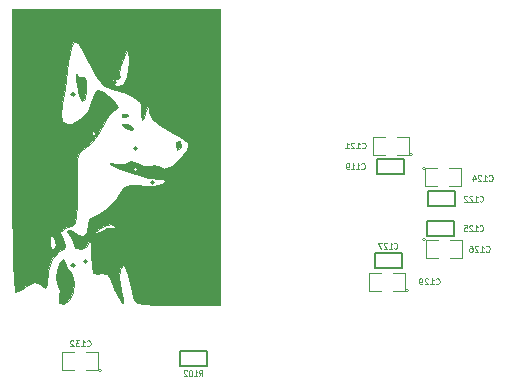
<source format=gbo>
G04 #@! TF.FileFunction,Legend,Bot*
%FSLAX46Y46*%
G04 Gerber Fmt 4.6, Leading zero omitted, Abs format (unit mm)*
G04 Created by KiCad (PCBNEW 4.0.5) date 03/01/17 00:06:24*
%MOMM*%
%LPD*%
G01*
G04 APERTURE LIST*
%ADD10C,0.100000*%
%ADD11C,0.127000*%
%ADD12C,0.099060*%
%ADD13C,0.010000*%
%ADD14C,0.114300*%
%ADD15C,0.109220*%
G04 APERTURE END LIST*
D10*
D11*
X182381000Y-99365000D02*
X180095000Y-99365000D01*
X180095000Y-99365000D02*
X180095000Y-100635000D01*
X180095000Y-100635000D02*
X182381000Y-100635000D01*
X182381000Y-100635000D02*
X182381000Y-99365000D01*
D12*
X183075500Y-99012000D02*
G75*
G03X183075500Y-99012000I-127000J0D01*
G01*
X181805500Y-99012000D02*
X182821500Y-99012000D01*
X182821500Y-99012000D02*
X182821500Y-97488000D01*
X182821500Y-97488000D02*
X181805500Y-97488000D01*
X180789500Y-97488000D02*
X179773500Y-97488000D01*
X179773500Y-97488000D02*
X179773500Y-99012000D01*
X179773500Y-99012000D02*
X180789500Y-99012000D01*
D11*
X184369000Y-103344216D02*
X186655000Y-103344216D01*
X186655000Y-103344216D02*
X186655000Y-102074216D01*
X186655000Y-102074216D02*
X184369000Y-102074216D01*
X184369000Y-102074216D02*
X184369000Y-103344216D01*
D12*
X184174553Y-100155685D02*
G75*
G03X184174553Y-100155685I-127000J0D01*
G01*
X185190553Y-100155685D02*
X184174553Y-100155685D01*
X184174553Y-100155685D02*
X184174553Y-101679685D01*
X184174553Y-101679685D02*
X185190553Y-101679685D01*
X186206553Y-101679685D02*
X187222553Y-101679685D01*
X187222553Y-101679685D02*
X187222553Y-100155685D01*
X187222553Y-100155685D02*
X186206553Y-100155685D01*
D11*
X184345000Y-105885000D02*
X186631000Y-105885000D01*
X186631000Y-105885000D02*
X186631000Y-104615000D01*
X186631000Y-104615000D02*
X184345000Y-104615000D01*
X184345000Y-104615000D02*
X184345000Y-105885000D01*
D12*
X184204553Y-106200127D02*
G75*
G03X184204553Y-106200127I-127000J0D01*
G01*
X185220553Y-106200127D02*
X184204553Y-106200127D01*
X184204553Y-106200127D02*
X184204553Y-107724127D01*
X184204553Y-107724127D02*
X185220553Y-107724127D01*
X186236553Y-107724127D02*
X187252553Y-107724127D01*
X187252553Y-107724127D02*
X187252553Y-106200127D01*
X187252553Y-106200127D02*
X186236553Y-106200127D01*
D11*
X182155000Y-107365000D02*
X179869000Y-107365000D01*
X179869000Y-107365000D02*
X179869000Y-108635000D01*
X179869000Y-108635000D02*
X182155000Y-108635000D01*
X182155000Y-108635000D02*
X182155000Y-107365000D01*
D12*
X182730500Y-110512000D02*
G75*
G03X182730500Y-110512000I-127000J0D01*
G01*
X181460500Y-110512000D02*
X182476500Y-110512000D01*
X182476500Y-110512000D02*
X182476500Y-108988000D01*
X182476500Y-108988000D02*
X181460500Y-108988000D01*
X180444500Y-108988000D02*
X179428500Y-108988000D01*
X179428500Y-108988000D02*
X179428500Y-110512000D01*
X179428500Y-110512000D02*
X180444500Y-110512000D01*
D11*
X163369000Y-116885000D02*
X165655000Y-116885000D01*
X165655000Y-116885000D02*
X165655000Y-115615000D01*
X165655000Y-115615000D02*
X163369000Y-115615000D01*
X163369000Y-115615000D02*
X163369000Y-116885000D01*
D12*
X156730500Y-117262000D02*
G75*
G03X156730500Y-117262000I-127000J0D01*
G01*
X155460500Y-117262000D02*
X156476500Y-117262000D01*
X156476500Y-117262000D02*
X156476500Y-115738000D01*
X156476500Y-115738000D02*
X155460500Y-115738000D01*
X154444500Y-115738000D02*
X153428500Y-115738000D01*
X153428500Y-115738000D02*
X153428500Y-117262000D01*
X153428500Y-117262000D02*
X154444500Y-117262000D01*
D13*
G36*
X149180556Y-98647222D02*
X149188038Y-101475886D01*
X149209295Y-104066239D01*
X149242539Y-106337382D01*
X149285986Y-108208420D01*
X149337848Y-109598456D01*
X149396339Y-110426592D01*
X149445139Y-110630447D01*
X149905288Y-110429563D01*
X150386334Y-110107258D01*
X151058944Y-109792357D01*
X151532862Y-109985285D01*
X151946135Y-110253872D01*
X152035097Y-110243890D01*
X152100945Y-109841504D01*
X152220257Y-109026048D01*
X152240848Y-108880450D01*
X152535613Y-107806093D01*
X153135737Y-107197775D01*
X153552671Y-107014566D01*
X153648869Y-106668397D01*
X153633221Y-106625005D01*
X152883934Y-106625005D01*
X152840625Y-106832462D01*
X152531945Y-107099415D01*
X152375436Y-106698248D01*
X152360958Y-106320139D01*
X152420222Y-105810788D01*
X152629599Y-105946515D01*
X152690458Y-106038712D01*
X152883934Y-106625005D01*
X153633221Y-106625005D01*
X153456705Y-106135559D01*
X153238066Y-105541229D01*
X153549345Y-105253720D01*
X153870976Y-105160179D01*
X154265810Y-105022319D01*
X154506148Y-104753599D01*
X154626529Y-104207181D01*
X154661495Y-103236228D01*
X154648143Y-101856284D01*
X154639501Y-100354499D01*
X154690710Y-99406110D01*
X154831998Y-98859578D01*
X155093590Y-98563366D01*
X155329812Y-98438804D01*
X155920324Y-97935005D01*
X156412733Y-97236111D01*
X156236111Y-97236111D01*
X156107035Y-97526487D01*
X156000926Y-97471296D01*
X155958705Y-97052631D01*
X156000926Y-97000926D01*
X156210652Y-97049351D01*
X156236111Y-97236111D01*
X156412733Y-97236111D01*
X156547983Y-97044147D01*
X156765278Y-96631534D01*
X157289270Y-95744064D01*
X157805016Y-95205511D01*
X157996395Y-95132228D01*
X158161859Y-94939891D01*
X157723233Y-94385035D01*
X157518202Y-94188710D01*
X156821220Y-93620923D01*
X156410806Y-93540657D01*
X156204292Y-93747738D01*
X155916286Y-94385095D01*
X155876999Y-94590277D01*
X155586830Y-95307859D01*
X154949892Y-95971911D01*
X154218684Y-96363642D01*
X153821333Y-96371517D01*
X153413761Y-96144432D01*
X153295381Y-95681653D01*
X153418078Y-94769865D01*
X153437294Y-94668919D01*
X153644514Y-93430373D01*
X153853757Y-91931455D01*
X153947636Y-91145931D01*
X154141407Y-89938009D01*
X154403942Y-89416505D01*
X154769395Y-89579636D01*
X155271925Y-90425619D01*
X155566423Y-91061421D01*
X156263493Y-92380239D01*
X156995730Y-93148599D01*
X157905058Y-93513474D01*
X157941112Y-93520603D01*
X158831748Y-93794018D01*
X159615612Y-94192595D01*
X160047982Y-94582110D01*
X160071379Y-94689005D01*
X160074118Y-95218902D01*
X160110055Y-95648611D01*
X160193352Y-96066171D01*
X160337953Y-95859505D01*
X160469444Y-95472222D01*
X160676445Y-94881481D01*
X160759132Y-94941997D01*
X160787057Y-95378085D01*
X161028870Y-95992006D01*
X161770369Y-96605459D01*
X162593373Y-97063402D01*
X163592848Y-97607570D01*
X164059902Y-98004818D01*
X164110956Y-98385370D01*
X164001755Y-98638753D01*
X163426388Y-99390620D01*
X162702709Y-99950246D01*
X162047828Y-100177561D01*
X161763742Y-100082630D01*
X161183110Y-99893990D01*
X160983190Y-99936677D01*
X160332906Y-99922491D01*
X159791455Y-99720308D01*
X159236077Y-99533463D01*
X159058333Y-99644223D01*
X158759674Y-99827563D01*
X158088194Y-99816271D01*
X157505090Y-99745152D01*
X157501474Y-99828727D01*
X158107281Y-100127565D01*
X158281897Y-100208219D01*
X160696212Y-100951300D01*
X161880556Y-101093059D01*
X162231911Y-101168360D01*
X161964468Y-101409790D01*
X161880556Y-101463663D01*
X161192889Y-101636850D01*
X160209940Y-101616346D01*
X160080017Y-101597804D01*
X159223070Y-101528811D01*
X158673961Y-101772394D01*
X158141802Y-102476216D01*
X158045465Y-102630603D01*
X157320526Y-103499640D01*
X156513084Y-104047419D01*
X156369459Y-104094557D01*
X155704951Y-104412964D01*
X155624011Y-104962676D01*
X155630998Y-104990436D01*
X155559188Y-105573478D01*
X155173781Y-105903557D01*
X154729618Y-105801618D01*
X154639089Y-105687370D01*
X154134095Y-105366980D01*
X154010430Y-105355402D01*
X153804950Y-105483030D01*
X153943056Y-105619985D01*
X154266487Y-106173149D01*
X154295833Y-106403502D01*
X154544757Y-106907461D01*
X155071073Y-107025692D01*
X155544094Y-106730310D01*
X155637833Y-106516666D01*
X155752861Y-106256171D01*
X155832684Y-106547277D01*
X155885335Y-107447154D01*
X155910041Y-108454031D01*
X156042896Y-109037737D01*
X156516340Y-109075210D01*
X156611254Y-109047068D01*
X157250978Y-109074439D01*
X157504560Y-109470814D01*
X157834103Y-110340898D01*
X158202258Y-111110334D01*
X158496041Y-111557213D01*
X158582461Y-111587909D01*
X158574762Y-111209755D01*
X158401346Y-110453663D01*
X158398000Y-110441912D01*
X158259407Y-109462760D01*
X158345065Y-108719425D01*
X158535385Y-108355045D01*
X158736153Y-108536492D01*
X158999366Y-109213040D01*
X159282975Y-110207273D01*
X159410557Y-111011533D01*
X159411111Y-111047087D01*
X159470605Y-111339244D01*
X159731443Y-111528835D01*
X160317157Y-111637634D01*
X161351281Y-111687415D01*
X162957346Y-111699953D01*
X163115278Y-111700000D01*
X166819444Y-111700000D01*
X166819444Y-105300592D01*
X157903439Y-105300592D01*
X157773080Y-105251395D01*
X157220881Y-105235396D01*
X156924823Y-105367875D01*
X156396603Y-105666665D01*
X156240697Y-105607201D01*
X156236111Y-105538801D01*
X156505579Y-105264387D01*
X156920257Y-105008680D01*
X157572113Y-104830622D01*
X157856709Y-105050775D01*
X157903439Y-105300592D01*
X166819444Y-105300592D01*
X166819444Y-100234722D01*
X159763889Y-100234722D01*
X159587500Y-100411111D01*
X159411111Y-100234722D01*
X159587500Y-100058333D01*
X159763889Y-100234722D01*
X166819444Y-100234722D01*
X166819444Y-91121841D01*
X159045833Y-91121841D01*
X158943595Y-92415824D01*
X158587161Y-93086972D01*
X158063803Y-93198936D01*
X157645499Y-92977138D01*
X157647222Y-92792759D01*
X158054543Y-92561101D01*
X158131474Y-92576232D01*
X158306857Y-92419205D01*
X158257763Y-92205680D01*
X158281395Y-91569156D01*
X158554761Y-90868337D01*
X159033332Y-90004166D01*
X159045833Y-91121841D01*
X166819444Y-91121841D01*
X166819444Y-86652778D01*
X149180556Y-86652778D01*
X149180556Y-98647222D01*
X149180556Y-98647222D01*
G37*
X149180556Y-98647222D02*
X149188038Y-101475886D01*
X149209295Y-104066239D01*
X149242539Y-106337382D01*
X149285986Y-108208420D01*
X149337848Y-109598456D01*
X149396339Y-110426592D01*
X149445139Y-110630447D01*
X149905288Y-110429563D01*
X150386334Y-110107258D01*
X151058944Y-109792357D01*
X151532862Y-109985285D01*
X151946135Y-110253872D01*
X152035097Y-110243890D01*
X152100945Y-109841504D01*
X152220257Y-109026048D01*
X152240848Y-108880450D01*
X152535613Y-107806093D01*
X153135737Y-107197775D01*
X153552671Y-107014566D01*
X153648869Y-106668397D01*
X153633221Y-106625005D01*
X152883934Y-106625005D01*
X152840625Y-106832462D01*
X152531945Y-107099415D01*
X152375436Y-106698248D01*
X152360958Y-106320139D01*
X152420222Y-105810788D01*
X152629599Y-105946515D01*
X152690458Y-106038712D01*
X152883934Y-106625005D01*
X153633221Y-106625005D01*
X153456705Y-106135559D01*
X153238066Y-105541229D01*
X153549345Y-105253720D01*
X153870976Y-105160179D01*
X154265810Y-105022319D01*
X154506148Y-104753599D01*
X154626529Y-104207181D01*
X154661495Y-103236228D01*
X154648143Y-101856284D01*
X154639501Y-100354499D01*
X154690710Y-99406110D01*
X154831998Y-98859578D01*
X155093590Y-98563366D01*
X155329812Y-98438804D01*
X155920324Y-97935005D01*
X156412733Y-97236111D01*
X156236111Y-97236111D01*
X156107035Y-97526487D01*
X156000926Y-97471296D01*
X155958705Y-97052631D01*
X156000926Y-97000926D01*
X156210652Y-97049351D01*
X156236111Y-97236111D01*
X156412733Y-97236111D01*
X156547983Y-97044147D01*
X156765278Y-96631534D01*
X157289270Y-95744064D01*
X157805016Y-95205511D01*
X157996395Y-95132228D01*
X158161859Y-94939891D01*
X157723233Y-94385035D01*
X157518202Y-94188710D01*
X156821220Y-93620923D01*
X156410806Y-93540657D01*
X156204292Y-93747738D01*
X155916286Y-94385095D01*
X155876999Y-94590277D01*
X155586830Y-95307859D01*
X154949892Y-95971911D01*
X154218684Y-96363642D01*
X153821333Y-96371517D01*
X153413761Y-96144432D01*
X153295381Y-95681653D01*
X153418078Y-94769865D01*
X153437294Y-94668919D01*
X153644514Y-93430373D01*
X153853757Y-91931455D01*
X153947636Y-91145931D01*
X154141407Y-89938009D01*
X154403942Y-89416505D01*
X154769395Y-89579636D01*
X155271925Y-90425619D01*
X155566423Y-91061421D01*
X156263493Y-92380239D01*
X156995730Y-93148599D01*
X157905058Y-93513474D01*
X157941112Y-93520603D01*
X158831748Y-93794018D01*
X159615612Y-94192595D01*
X160047982Y-94582110D01*
X160071379Y-94689005D01*
X160074118Y-95218902D01*
X160110055Y-95648611D01*
X160193352Y-96066171D01*
X160337953Y-95859505D01*
X160469444Y-95472222D01*
X160676445Y-94881481D01*
X160759132Y-94941997D01*
X160787057Y-95378085D01*
X161028870Y-95992006D01*
X161770369Y-96605459D01*
X162593373Y-97063402D01*
X163592848Y-97607570D01*
X164059902Y-98004818D01*
X164110956Y-98385370D01*
X164001755Y-98638753D01*
X163426388Y-99390620D01*
X162702709Y-99950246D01*
X162047828Y-100177561D01*
X161763742Y-100082630D01*
X161183110Y-99893990D01*
X160983190Y-99936677D01*
X160332906Y-99922491D01*
X159791455Y-99720308D01*
X159236077Y-99533463D01*
X159058333Y-99644223D01*
X158759674Y-99827563D01*
X158088194Y-99816271D01*
X157505090Y-99745152D01*
X157501474Y-99828727D01*
X158107281Y-100127565D01*
X158281897Y-100208219D01*
X160696212Y-100951300D01*
X161880556Y-101093059D01*
X162231911Y-101168360D01*
X161964468Y-101409790D01*
X161880556Y-101463663D01*
X161192889Y-101636850D01*
X160209940Y-101616346D01*
X160080017Y-101597804D01*
X159223070Y-101528811D01*
X158673961Y-101772394D01*
X158141802Y-102476216D01*
X158045465Y-102630603D01*
X157320526Y-103499640D01*
X156513084Y-104047419D01*
X156369459Y-104094557D01*
X155704951Y-104412964D01*
X155624011Y-104962676D01*
X155630998Y-104990436D01*
X155559188Y-105573478D01*
X155173781Y-105903557D01*
X154729618Y-105801618D01*
X154639089Y-105687370D01*
X154134095Y-105366980D01*
X154010430Y-105355402D01*
X153804950Y-105483030D01*
X153943056Y-105619985D01*
X154266487Y-106173149D01*
X154295833Y-106403502D01*
X154544757Y-106907461D01*
X155071073Y-107025692D01*
X155544094Y-106730310D01*
X155637833Y-106516666D01*
X155752861Y-106256171D01*
X155832684Y-106547277D01*
X155885335Y-107447154D01*
X155910041Y-108454031D01*
X156042896Y-109037737D01*
X156516340Y-109075210D01*
X156611254Y-109047068D01*
X157250978Y-109074439D01*
X157504560Y-109470814D01*
X157834103Y-110340898D01*
X158202258Y-111110334D01*
X158496041Y-111557213D01*
X158582461Y-111587909D01*
X158574762Y-111209755D01*
X158401346Y-110453663D01*
X158398000Y-110441912D01*
X158259407Y-109462760D01*
X158345065Y-108719425D01*
X158535385Y-108355045D01*
X158736153Y-108536492D01*
X158999366Y-109213040D01*
X159282975Y-110207273D01*
X159410557Y-111011533D01*
X159411111Y-111047087D01*
X159470605Y-111339244D01*
X159731443Y-111528835D01*
X160317157Y-111637634D01*
X161351281Y-111687415D01*
X162957346Y-111699953D01*
X163115278Y-111700000D01*
X166819444Y-111700000D01*
X166819444Y-105300592D01*
X157903439Y-105300592D01*
X157773080Y-105251395D01*
X157220881Y-105235396D01*
X156924823Y-105367875D01*
X156396603Y-105666665D01*
X156240697Y-105607201D01*
X156236111Y-105538801D01*
X156505579Y-105264387D01*
X156920257Y-105008680D01*
X157572113Y-104830622D01*
X157856709Y-105050775D01*
X157903439Y-105300592D01*
X166819444Y-105300592D01*
X166819444Y-100234722D01*
X159763889Y-100234722D01*
X159587500Y-100411111D01*
X159411111Y-100234722D01*
X159587500Y-100058333D01*
X159763889Y-100234722D01*
X166819444Y-100234722D01*
X166819444Y-91121841D01*
X159045833Y-91121841D01*
X158943595Y-92415824D01*
X158587161Y-93086972D01*
X158063803Y-93198936D01*
X157645499Y-92977138D01*
X157647222Y-92792759D01*
X158054543Y-92561101D01*
X158131474Y-92576232D01*
X158306857Y-92419205D01*
X158257763Y-92205680D01*
X158281395Y-91569156D01*
X158554761Y-90868337D01*
X159033332Y-90004166D01*
X159045833Y-91121841D01*
X166819444Y-91121841D01*
X166819444Y-86652778D01*
X149180556Y-86652778D01*
X149180556Y-98647222D01*
G36*
X153194158Y-108119252D02*
X153004565Y-108807352D01*
X152935552Y-109566757D01*
X153037517Y-110080480D01*
X153086811Y-110128383D01*
X153221508Y-110553801D01*
X153163236Y-110994796D01*
X153181232Y-111578561D01*
X153557085Y-111648297D01*
X154076572Y-111222491D01*
X154317240Y-110632668D01*
X154388126Y-109848242D01*
X154293525Y-109164780D01*
X154042501Y-108877778D01*
X153797497Y-108590976D01*
X153766667Y-108348611D01*
X153597451Y-107878839D01*
X153453929Y-107819444D01*
X153194158Y-108119252D01*
X153194158Y-108119252D01*
G37*
X153194158Y-108119252D02*
X153004565Y-108807352D01*
X152935552Y-109566757D01*
X153037517Y-110080480D01*
X153086811Y-110128383D01*
X153221508Y-110553801D01*
X153163236Y-110994796D01*
X153181232Y-111578561D01*
X153557085Y-111648297D01*
X154076572Y-111222491D01*
X154317240Y-110632668D01*
X154388126Y-109848242D01*
X154293525Y-109164780D01*
X154042501Y-108877778D01*
X153797497Y-108590976D01*
X153766667Y-108348611D01*
X153597451Y-107878839D01*
X153453929Y-107819444D01*
X153194158Y-108119252D01*
G36*
X154119444Y-108348611D02*
X154295833Y-108525000D01*
X154472222Y-108348611D01*
X154295833Y-108172222D01*
X154119444Y-108348611D01*
X154119444Y-108348611D01*
G37*
X154119444Y-108348611D02*
X154295833Y-108525000D01*
X154472222Y-108348611D01*
X154295833Y-108172222D01*
X154119444Y-108348611D01*
G36*
X155177778Y-107995833D02*
X155354167Y-108172222D01*
X155530556Y-107995833D01*
X155354167Y-107819444D01*
X155177778Y-107995833D01*
X155177778Y-107995833D01*
G37*
X155177778Y-107995833D02*
X155354167Y-108172222D01*
X155530556Y-107995833D01*
X155354167Y-107819444D01*
X155177778Y-107995833D01*
G36*
X160822222Y-101293055D02*
X160998611Y-101469444D01*
X161175000Y-101293055D01*
X160998611Y-101116666D01*
X160822222Y-101293055D01*
X160822222Y-101293055D01*
G37*
X160822222Y-101293055D02*
X160998611Y-101469444D01*
X161175000Y-101293055D01*
X160998611Y-101116666D01*
X160822222Y-101293055D01*
G36*
X163093613Y-97909656D02*
X163056482Y-98133574D01*
X163133437Y-98612896D01*
X163388850Y-98418228D01*
X163452990Y-98318821D01*
X163435228Y-97874076D01*
X163356217Y-97805172D01*
X163093613Y-97909656D01*
X163093613Y-97909656D01*
G37*
X163093613Y-97909656D02*
X163056482Y-98133574D01*
X163133437Y-98612896D01*
X163388850Y-98418228D01*
X163452990Y-98318821D01*
X163435228Y-97874076D01*
X163356217Y-97805172D01*
X163093613Y-97909656D01*
G36*
X159411111Y-98470833D02*
X159587500Y-98647222D01*
X159763889Y-98470833D01*
X159587500Y-98294444D01*
X159411111Y-98470833D01*
X159411111Y-98470833D01*
G37*
X159411111Y-98470833D02*
X159587500Y-98647222D01*
X159763889Y-98470833D01*
X159587500Y-98294444D01*
X159411111Y-98470833D01*
G36*
X158531664Y-96534596D02*
X158908983Y-96827036D01*
X159313337Y-96876113D01*
X159411111Y-96744687D01*
X159134391Y-96518118D01*
X158863622Y-96395951D01*
X158499458Y-96371295D01*
X158531664Y-96534596D01*
X158531664Y-96534596D01*
G37*
X158531664Y-96534596D02*
X158908983Y-96827036D01*
X159313337Y-96876113D01*
X159411111Y-96744687D01*
X159134391Y-96518118D01*
X158863622Y-96395951D01*
X158499458Y-96371295D01*
X158531664Y-96534596D01*
G36*
X158470370Y-95589815D02*
X158518796Y-95799541D01*
X158705556Y-95825000D01*
X158995932Y-95695924D01*
X158940741Y-95589815D01*
X158522076Y-95547594D01*
X158470370Y-95589815D01*
X158470370Y-95589815D01*
G37*
X158470370Y-95589815D02*
X158518796Y-95799541D01*
X158705556Y-95825000D01*
X158995932Y-95695924D01*
X158940741Y-95589815D01*
X158522076Y-95547594D01*
X158470370Y-95589815D01*
G36*
X154584389Y-92212582D02*
X154620253Y-92768026D01*
X154651764Y-92991753D01*
X154880751Y-94012365D01*
X155133699Y-94470693D01*
X155348372Y-94325401D01*
X155462530Y-93535155D01*
X155462713Y-93530336D01*
X155418975Y-92761140D01*
X155250877Y-92446904D01*
X155197712Y-92461291D01*
X154797095Y-92383853D01*
X154675280Y-92211226D01*
X154584389Y-92212582D01*
X154584389Y-92212582D01*
G37*
X154584389Y-92212582D02*
X154620253Y-92768026D01*
X154651764Y-92991753D01*
X154880751Y-94012365D01*
X155133699Y-94470693D01*
X155348372Y-94325401D01*
X155462530Y-93535155D01*
X155462713Y-93530336D01*
X155418975Y-92761140D01*
X155250877Y-92446904D01*
X155197712Y-92461291D01*
X154797095Y-92383853D01*
X154675280Y-92211226D01*
X154584389Y-92212582D01*
G36*
X154119444Y-93884722D02*
X154295833Y-94061111D01*
X154472222Y-93884722D01*
X154295833Y-93708333D01*
X154119444Y-93884722D01*
X154119444Y-93884722D01*
G37*
X154119444Y-93884722D02*
X154295833Y-94061111D01*
X154472222Y-93884722D01*
X154295833Y-93708333D01*
X154119444Y-93884722D01*
G36*
X157647222Y-92826389D02*
X157823611Y-93002778D01*
X158000000Y-92826389D01*
X157823611Y-92650000D01*
X157647222Y-92826389D01*
X157647222Y-92826389D01*
G37*
X157647222Y-92826389D02*
X157823611Y-93002778D01*
X158000000Y-92826389D01*
X157823611Y-92650000D01*
X157647222Y-92826389D01*
D14*
X178761629Y-100181429D02*
X178783400Y-100205619D01*
X178848714Y-100229810D01*
X178892257Y-100229810D01*
X178957572Y-100205619D01*
X179001114Y-100157238D01*
X179022886Y-100108857D01*
X179044657Y-100012095D01*
X179044657Y-99939524D01*
X179022886Y-99842762D01*
X179001114Y-99794381D01*
X178957572Y-99746000D01*
X178892257Y-99721810D01*
X178848714Y-99721810D01*
X178783400Y-99746000D01*
X178761629Y-99770190D01*
X178326200Y-100229810D02*
X178587457Y-100229810D01*
X178456829Y-100229810D02*
X178456829Y-99721810D01*
X178500372Y-99794381D01*
X178543914Y-99842762D01*
X178587457Y-99866952D01*
X177890771Y-100229810D02*
X178152028Y-100229810D01*
X178021400Y-100229810D02*
X178021400Y-99721810D01*
X178064943Y-99794381D01*
X178108485Y-99842762D01*
X178152028Y-99866952D01*
X177673056Y-100229810D02*
X177585971Y-100229810D01*
X177542428Y-100205619D01*
X177520656Y-100181429D01*
X177477114Y-100108857D01*
X177455342Y-100012095D01*
X177455342Y-99818571D01*
X177477114Y-99770190D01*
X177498885Y-99746000D01*
X177542428Y-99721810D01*
X177629514Y-99721810D01*
X177673056Y-99746000D01*
X177694828Y-99770190D01*
X177716599Y-99818571D01*
X177716599Y-99939524D01*
X177694828Y-99987905D01*
X177673056Y-100012095D01*
X177629514Y-100036286D01*
X177542428Y-100036286D01*
X177498885Y-100012095D01*
X177477114Y-99987905D01*
X177455342Y-99939524D01*
D15*
X178809948Y-98428707D02*
X178833776Y-98452535D01*
X178905259Y-98476362D01*
X178952914Y-98476362D01*
X179024397Y-98452535D01*
X179072052Y-98404880D01*
X179095880Y-98357224D01*
X179119708Y-98261914D01*
X179119708Y-98190431D01*
X179095880Y-98095120D01*
X179072052Y-98047465D01*
X179024397Y-97999810D01*
X178952914Y-97975982D01*
X178905259Y-97975982D01*
X178833776Y-97999810D01*
X178809948Y-98023638D01*
X178333396Y-98476362D02*
X178619328Y-98476362D01*
X178476362Y-98476362D02*
X178476362Y-97975982D01*
X178524017Y-98047465D01*
X178571672Y-98095120D01*
X178619328Y-98118948D01*
X178142776Y-98023638D02*
X178118948Y-97999810D01*
X178071293Y-97975982D01*
X177952155Y-97975982D01*
X177904499Y-97999810D01*
X177880672Y-98023638D01*
X177856844Y-98071293D01*
X177856844Y-98118948D01*
X177880672Y-98190431D01*
X178166603Y-98476362D01*
X177856844Y-98476362D01*
X177380292Y-98476362D02*
X177666224Y-98476362D01*
X177523258Y-98476362D02*
X177523258Y-97975982D01*
X177570913Y-98047465D01*
X177618568Y-98095120D01*
X177666224Y-98118948D01*
D14*
X188761629Y-102931429D02*
X188783400Y-102955619D01*
X188848714Y-102979810D01*
X188892257Y-102979810D01*
X188957572Y-102955619D01*
X189001114Y-102907238D01*
X189022886Y-102858857D01*
X189044657Y-102762095D01*
X189044657Y-102689524D01*
X189022886Y-102592762D01*
X189001114Y-102544381D01*
X188957572Y-102496000D01*
X188892257Y-102471810D01*
X188848714Y-102471810D01*
X188783400Y-102496000D01*
X188761629Y-102520190D01*
X188326200Y-102979810D02*
X188587457Y-102979810D01*
X188456829Y-102979810D02*
X188456829Y-102471810D01*
X188500372Y-102544381D01*
X188543914Y-102592762D01*
X188587457Y-102616952D01*
X188152028Y-102520190D02*
X188130257Y-102496000D01*
X188086714Y-102471810D01*
X187977857Y-102471810D01*
X187934314Y-102496000D01*
X187912543Y-102520190D01*
X187890771Y-102568571D01*
X187890771Y-102616952D01*
X187912543Y-102689524D01*
X188173800Y-102979810D01*
X187890771Y-102979810D01*
X187716599Y-102520190D02*
X187694828Y-102496000D01*
X187651285Y-102471810D01*
X187542428Y-102471810D01*
X187498885Y-102496000D01*
X187477114Y-102520190D01*
X187455342Y-102568571D01*
X187455342Y-102616952D01*
X187477114Y-102689524D01*
X187738371Y-102979810D01*
X187455342Y-102979810D01*
D15*
X189559948Y-101178707D02*
X189583776Y-101202535D01*
X189655259Y-101226362D01*
X189702914Y-101226362D01*
X189774397Y-101202535D01*
X189822052Y-101154880D01*
X189845880Y-101107224D01*
X189869708Y-101011914D01*
X189869708Y-100940431D01*
X189845880Y-100845120D01*
X189822052Y-100797465D01*
X189774397Y-100749810D01*
X189702914Y-100725982D01*
X189655259Y-100725982D01*
X189583776Y-100749810D01*
X189559948Y-100773638D01*
X189083396Y-101226362D02*
X189369328Y-101226362D01*
X189226362Y-101226362D02*
X189226362Y-100725982D01*
X189274017Y-100797465D01*
X189321672Y-100845120D01*
X189369328Y-100868948D01*
X188892776Y-100773638D02*
X188868948Y-100749810D01*
X188821293Y-100725982D01*
X188702155Y-100725982D01*
X188654499Y-100749810D01*
X188630672Y-100773638D01*
X188606844Y-100821293D01*
X188606844Y-100868948D01*
X188630672Y-100940431D01*
X188916603Y-101226362D01*
X188606844Y-101226362D01*
X188177947Y-100892776D02*
X188177947Y-101226362D01*
X188297085Y-100702155D02*
X188416224Y-101059569D01*
X188106464Y-101059569D01*
D14*
X188761629Y-105431429D02*
X188783400Y-105455619D01*
X188848714Y-105479810D01*
X188892257Y-105479810D01*
X188957572Y-105455619D01*
X189001114Y-105407238D01*
X189022886Y-105358857D01*
X189044657Y-105262095D01*
X189044657Y-105189524D01*
X189022886Y-105092762D01*
X189001114Y-105044381D01*
X188957572Y-104996000D01*
X188892257Y-104971810D01*
X188848714Y-104971810D01*
X188783400Y-104996000D01*
X188761629Y-105020190D01*
X188326200Y-105479810D02*
X188587457Y-105479810D01*
X188456829Y-105479810D02*
X188456829Y-104971810D01*
X188500372Y-105044381D01*
X188543914Y-105092762D01*
X188587457Y-105116952D01*
X188152028Y-105020190D02*
X188130257Y-104996000D01*
X188086714Y-104971810D01*
X187977857Y-104971810D01*
X187934314Y-104996000D01*
X187912543Y-105020190D01*
X187890771Y-105068571D01*
X187890771Y-105116952D01*
X187912543Y-105189524D01*
X188173800Y-105479810D01*
X187890771Y-105479810D01*
X187477114Y-104971810D02*
X187694828Y-104971810D01*
X187716599Y-105213714D01*
X187694828Y-105189524D01*
X187651285Y-105165333D01*
X187542428Y-105165333D01*
X187498885Y-105189524D01*
X187477114Y-105213714D01*
X187455342Y-105262095D01*
X187455342Y-105383048D01*
X187477114Y-105431429D01*
X187498885Y-105455619D01*
X187542428Y-105479810D01*
X187651285Y-105479810D01*
X187694828Y-105455619D01*
X187716599Y-105431429D01*
D15*
X189309948Y-107178707D02*
X189333776Y-107202535D01*
X189405259Y-107226362D01*
X189452914Y-107226362D01*
X189524397Y-107202535D01*
X189572052Y-107154880D01*
X189595880Y-107107224D01*
X189619708Y-107011914D01*
X189619708Y-106940431D01*
X189595880Y-106845120D01*
X189572052Y-106797465D01*
X189524397Y-106749810D01*
X189452914Y-106725982D01*
X189405259Y-106725982D01*
X189333776Y-106749810D01*
X189309948Y-106773638D01*
X188833396Y-107226362D02*
X189119328Y-107226362D01*
X188976362Y-107226362D02*
X188976362Y-106725982D01*
X189024017Y-106797465D01*
X189071672Y-106845120D01*
X189119328Y-106868948D01*
X188642776Y-106773638D02*
X188618948Y-106749810D01*
X188571293Y-106725982D01*
X188452155Y-106725982D01*
X188404499Y-106749810D01*
X188380672Y-106773638D01*
X188356844Y-106821293D01*
X188356844Y-106868948D01*
X188380672Y-106940431D01*
X188666603Y-107226362D01*
X188356844Y-107226362D01*
X187927947Y-106725982D02*
X188023258Y-106725982D01*
X188070913Y-106749810D01*
X188094741Y-106773638D01*
X188142396Y-106845120D01*
X188166224Y-106940431D01*
X188166224Y-107131052D01*
X188142396Y-107178707D01*
X188118568Y-107202535D01*
X188070913Y-107226362D01*
X187975603Y-107226362D01*
X187927947Y-107202535D01*
X187904120Y-107178707D01*
X187880292Y-107131052D01*
X187880292Y-107011914D01*
X187904120Y-106964259D01*
X187927947Y-106940431D01*
X187975603Y-106916603D01*
X188070913Y-106916603D01*
X188118568Y-106940431D01*
X188142396Y-106964259D01*
X188166224Y-107011914D01*
D14*
X181523629Y-106911429D02*
X181545400Y-106935619D01*
X181610714Y-106959810D01*
X181654257Y-106959810D01*
X181719572Y-106935619D01*
X181763114Y-106887238D01*
X181784886Y-106838857D01*
X181806657Y-106742095D01*
X181806657Y-106669524D01*
X181784886Y-106572762D01*
X181763114Y-106524381D01*
X181719572Y-106476000D01*
X181654257Y-106451810D01*
X181610714Y-106451810D01*
X181545400Y-106476000D01*
X181523629Y-106500190D01*
X181088200Y-106959810D02*
X181349457Y-106959810D01*
X181218829Y-106959810D02*
X181218829Y-106451810D01*
X181262372Y-106524381D01*
X181305914Y-106572762D01*
X181349457Y-106596952D01*
X180914028Y-106500190D02*
X180892257Y-106476000D01*
X180848714Y-106451810D01*
X180739857Y-106451810D01*
X180696314Y-106476000D01*
X180674543Y-106500190D01*
X180652771Y-106548571D01*
X180652771Y-106596952D01*
X180674543Y-106669524D01*
X180935800Y-106959810D01*
X180652771Y-106959810D01*
X180500371Y-106451810D02*
X180195571Y-106451810D01*
X180391514Y-106959810D01*
D15*
X185059948Y-109928707D02*
X185083776Y-109952535D01*
X185155259Y-109976362D01*
X185202914Y-109976362D01*
X185274397Y-109952535D01*
X185322052Y-109904880D01*
X185345880Y-109857224D01*
X185369708Y-109761914D01*
X185369708Y-109690431D01*
X185345880Y-109595120D01*
X185322052Y-109547465D01*
X185274397Y-109499810D01*
X185202914Y-109475982D01*
X185155259Y-109475982D01*
X185083776Y-109499810D01*
X185059948Y-109523638D01*
X184583396Y-109976362D02*
X184869328Y-109976362D01*
X184726362Y-109976362D02*
X184726362Y-109475982D01*
X184774017Y-109547465D01*
X184821672Y-109595120D01*
X184869328Y-109618948D01*
X184392776Y-109523638D02*
X184368948Y-109499810D01*
X184321293Y-109475982D01*
X184202155Y-109475982D01*
X184154499Y-109499810D01*
X184130672Y-109523638D01*
X184106844Y-109571293D01*
X184106844Y-109618948D01*
X184130672Y-109690431D01*
X184416603Y-109976362D01*
X184106844Y-109976362D01*
X183868568Y-109976362D02*
X183773258Y-109976362D01*
X183725603Y-109952535D01*
X183701775Y-109928707D01*
X183654120Y-109857224D01*
X183630292Y-109761914D01*
X183630292Y-109571293D01*
X183654120Y-109523638D01*
X183677947Y-109499810D01*
X183725603Y-109475982D01*
X183820913Y-109475982D01*
X183868568Y-109499810D01*
X183892396Y-109523638D01*
X183916224Y-109571293D01*
X183916224Y-109690431D01*
X183892396Y-109738086D01*
X183868568Y-109761914D01*
X183820913Y-109785741D01*
X183725603Y-109785741D01*
X183677947Y-109761914D01*
X183654120Y-109738086D01*
X183630292Y-109690431D01*
D14*
X165023629Y-117749810D02*
X165176029Y-117507905D01*
X165284886Y-117749810D02*
X165284886Y-117241810D01*
X165110714Y-117241810D01*
X165067172Y-117266000D01*
X165045400Y-117290190D01*
X165023629Y-117338571D01*
X165023629Y-117411143D01*
X165045400Y-117459524D01*
X165067172Y-117483714D01*
X165110714Y-117507905D01*
X165284886Y-117507905D01*
X164588200Y-117749810D02*
X164849457Y-117749810D01*
X164718829Y-117749810D02*
X164718829Y-117241810D01*
X164762372Y-117314381D01*
X164805914Y-117362762D01*
X164849457Y-117386952D01*
X164305171Y-117241810D02*
X164261628Y-117241810D01*
X164218085Y-117266000D01*
X164196314Y-117290190D01*
X164174543Y-117338571D01*
X164152771Y-117435333D01*
X164152771Y-117556286D01*
X164174543Y-117653048D01*
X164196314Y-117701429D01*
X164218085Y-117725619D01*
X164261628Y-117749810D01*
X164305171Y-117749810D01*
X164348714Y-117725619D01*
X164370485Y-117701429D01*
X164392257Y-117653048D01*
X164414028Y-117556286D01*
X164414028Y-117435333D01*
X164392257Y-117338571D01*
X164370485Y-117290190D01*
X164348714Y-117266000D01*
X164305171Y-117241810D01*
X163978599Y-117290190D02*
X163956828Y-117266000D01*
X163913285Y-117241810D01*
X163804428Y-117241810D01*
X163760885Y-117266000D01*
X163739114Y-117290190D01*
X163717342Y-117338571D01*
X163717342Y-117386952D01*
X163739114Y-117459524D01*
X164000371Y-117749810D01*
X163717342Y-117749810D01*
D15*
X155512448Y-115178707D02*
X155536276Y-115202535D01*
X155607759Y-115226362D01*
X155655414Y-115226362D01*
X155726897Y-115202535D01*
X155774552Y-115154880D01*
X155798380Y-115107224D01*
X155822208Y-115011914D01*
X155822208Y-114940431D01*
X155798380Y-114845120D01*
X155774552Y-114797465D01*
X155726897Y-114749810D01*
X155655414Y-114725982D01*
X155607759Y-114725982D01*
X155536276Y-114749810D01*
X155512448Y-114773638D01*
X155035896Y-115226362D02*
X155321828Y-115226362D01*
X155178862Y-115226362D02*
X155178862Y-114725982D01*
X155226517Y-114797465D01*
X155274172Y-114845120D01*
X155321828Y-114868948D01*
X154869103Y-114725982D02*
X154559344Y-114725982D01*
X154726137Y-114916603D01*
X154654655Y-114916603D01*
X154606999Y-114940431D01*
X154583172Y-114964259D01*
X154559344Y-115011914D01*
X154559344Y-115131052D01*
X154583172Y-115178707D01*
X154606999Y-115202535D01*
X154654655Y-115226362D01*
X154797620Y-115226362D01*
X154845276Y-115202535D01*
X154869103Y-115178707D01*
X154368724Y-114773638D02*
X154344896Y-114749810D01*
X154297241Y-114725982D01*
X154178103Y-114725982D01*
X154130447Y-114749810D01*
X154106620Y-114773638D01*
X154082792Y-114821293D01*
X154082792Y-114868948D01*
X154106620Y-114940431D01*
X154392551Y-115226362D01*
X154082792Y-115226362D01*
M02*

</source>
